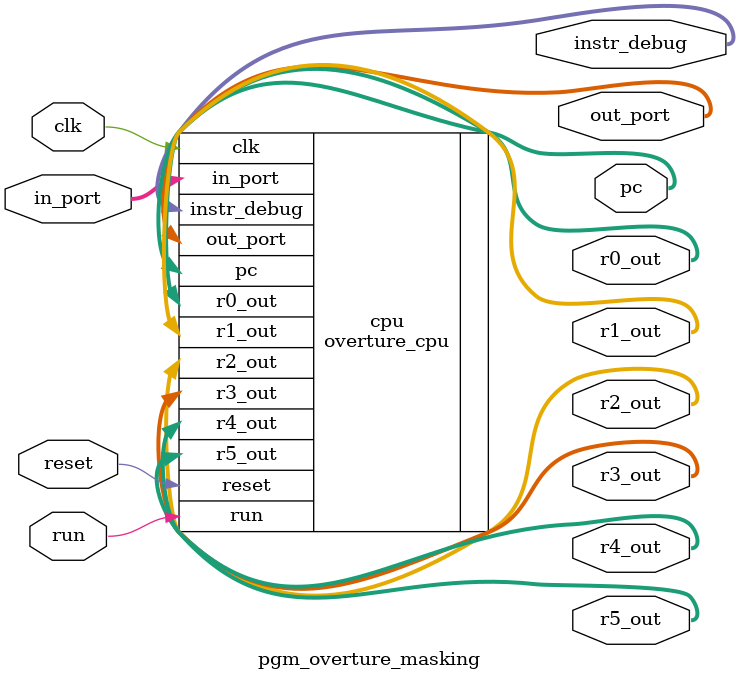
<source format=sv>
module pgm_overture_masking (
    input        clk,
    input        reset,
    input        run,
    input  [7:0] in_port,
    output [7:0] pc,
    output [7:0] out_port,
    output [7:0] instr_debug,
    output [7:0] r0_out,
    output [7:0] r1_out,
    output [7:0] r2_out,
    output [7:0] r3_out,
    output [7:0] r4_out,
    output [7:0] r5_out
);

    // Program wrapper for overture_masking.txt.
    overture_cpu cpu (
        .clk(clk),
        .reset(reset),
        .run(run),
        .in_port(in_port),
        .pc(pc),
        .out_port(out_port),
        .instr_debug(instr_debug),
        .r0_out(r0_out),
        .r1_out(r1_out),
        .r2_out(r2_out),
        .r3_out(r3_out),
        .r4_out(r4_out),
        .r5_out(r5_out)
    );

endmodule

</source>
